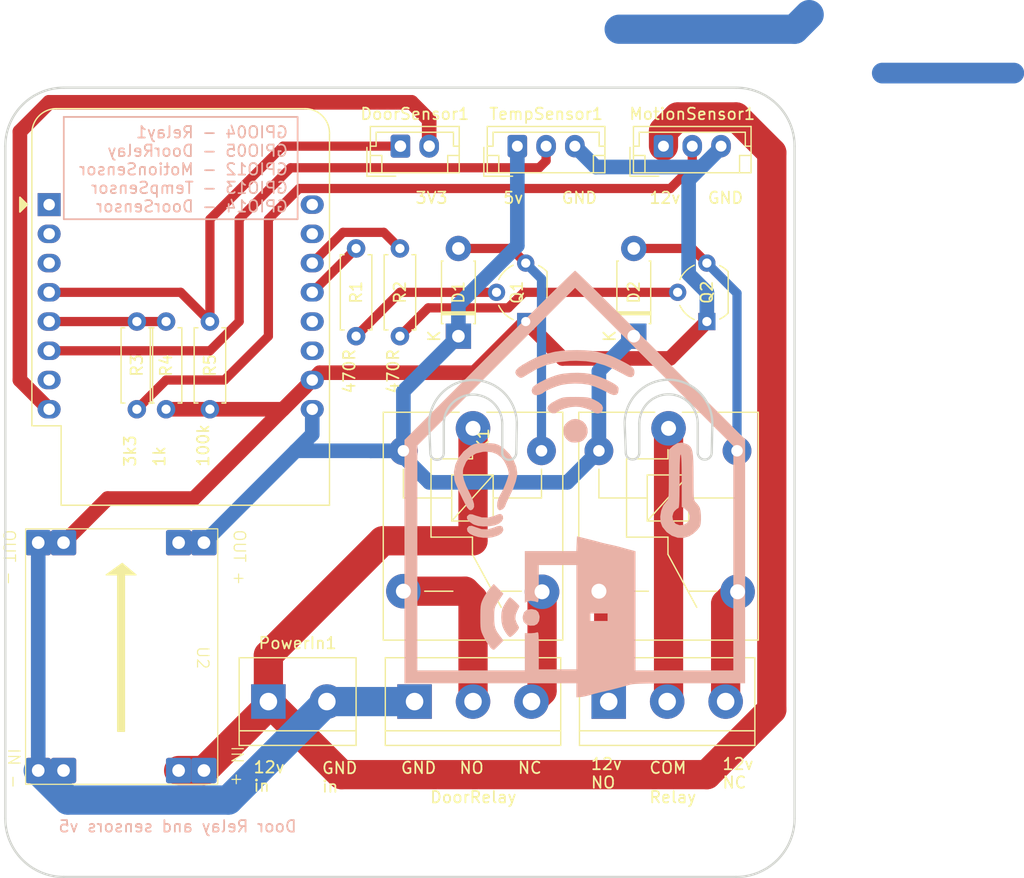
<source format=kicad_pcb>
(kicad_pcb (version 20221018) (generator pcbnew)
  (layers (0 "F.Cu" signal) (31 "B.Cu" signal) (34 "B.Paste" user) (35 "F.Paste" user) (36 "B.SilkS" user "B.Silkscreen") (37 "F.SilkS" user "F.Silkscreen") (38 "B.Mask" user) (39 "F.Mask" user) (44 "Edge.Cuts" user))
  (net 0 "")
  (net 1 "/Relay1_NC")
  (net 3 "/Relay1_NO")
  (net 4 "/R2_NC")
  (net 5 "/R2_COM")
  (net 6 "/R2_NO")
  (net 7 "+12V")
  (net 8 "GND")
  (net 9 "/Door_Sensor")
  (net 10 "+5V")
  (net 11 "/Temp_Sensor")
  (net 12 "/Relay1")
  (net 13 "/Relay2")
  (net 18 "+3.3V")
  (net 19 "/Motion_Sensor")
  (net 23 "Net-(MotionSensor1-Pin_2)")
  (net 24 "Net-(D1-A)")
  (net 25 "Net-(Q1-B)")
  (net 26 "Net-(D2-A)")
  (net 27 "Net-(Q2-B)")
  (footprint "TerminalBlock:TerminalBlock_bornier-3_P5.08mm" (layer "F.Cu") (at 86.36 78.74)
    (fp_text reference "DoorRelay1" hide)
    (fp_text value "Screw_Terminal_01x03")
    (pad "1" thru_hole rect (at 0 0) (size 3 3) (drill 1.52) (layers "*.Cu" "*.Mask") (net 8 "GND"))
    (pad "2" thru_hole circle (at 5.08 0) (size 3 3) (drill 1.52) (layers "*.Cu" "*.Mask") (net 3 "/Relay1_NO"))
    (pad "3" thru_hole circle (at 10.16 0) (size 3 3) (drill 1.52) (layers "*.Cu" "*.Mask") (net 1 "/Relay1_NC"))
  )
  (footprint "Diode_THT:D_DO-41_SOD81_P7.62mm_Horizontal" (layer "F.Cu") (at 90.17 46.99 90)
    (fp_text reference "D1" (at 3.81 0 90) (layer "F.SilkS"))
    (fp_text value "1N4001")
    (fp_text user "K" (at 0 -2.1 90) (layer "F.SilkS"))
    (pad "1" thru_hole rect (at 0 0 90) (size 2.2 2.2) (drill 1.1) (layers "*.Cu" "*.Mask") (net 10 "+5V"))
    (pad "2" thru_hole oval (at 7.62 0 90) (size 2.2 2.2) (drill 1.1) (layers "*.Cu" "*.Mask") (net 24 "Net-(D1-A)"))
  )
  (footprint "Connector_JST:JST_EH_B2B-EH-A_1x02_P2.50mm_Vertical" (layer "F.Cu") (at 85.13 30.48)
    (fp_text reference "DoorSensor1" (at 1.25 -2.8) (layer "F.SilkS"))
    (fp_text value "Conn_01x02_Pin")
    (pad "1" thru_hole roundrect (at 0 0) (size 1.7 2) (drill 1) (layers "*.Cu" "*.Mask") (roundrect_rratio 0.1470588235) (net 9 "/Door_Sensor"))
    (pad "2" thru_hole oval (at 2.5 0) (size 1.7 2) (drill 1) (layers "*.Cu" "*.Mask") (net 18 "+3.3V"))
  )
  (footprint "Package_TO_SOT_THT:TO-92_Wide" (layer "F.Cu") (at 96.02 45.72 90)
    (fp_text reference "Q1" (at 2.54 -0.77 90) (layer "F.SilkS"))
    (fp_text value "2N3904")
    (pad "1" thru_hole rect (at 0 0 90) (size 1.5 1.5) (drill 0.8) (layers "*.Cu" "*.Mask") (net 8 "GND"))
    (pad "2" thru_hole circle (at 2.54 -2.54 90) (size 1.5 1.5) (drill 0.8) (layers "*.Cu" "*.Mask") (net 25 "Net-(Q1-B)"))
    (pad "3" thru_hole circle (at 5.08 0 90) (size 1.5 1.5) (drill 0.8) (layers "*.Cu" "*.Mask") (net 24 "Net-(D1-A)"))
  )
  (footprint "Resistor_THT:R_Axial_DIN0207_L6.3mm_D2.5mm_P7.62mm_Horizontal" (layer "F.Cu") (at 85.09 46.99 90)
    (fp_text reference "R2" (at 3.81 0 90) (layer "F.SilkS"))
    (fp_text value "470R")
    (pad "1" thru_hole circle (at 0 0 90) (size 1.6 1.6) (drill 0.8) (layers "*.Cu" "*.Mask") (net 27 "Net-(Q2-B)"))
    (pad "2" thru_hole oval (at 7.62 0 90) (size 1.6 1.6) (drill 0.8) (layers "*.Cu" "*.Mask") (net 13 "/Relay2"))
  )
  (footprint "TerminalBlock:TerminalBlock_bornier-3_P5.08mm" (layer "F.Cu") (at 103.230206 78.74)
    (fp_text reference "Relay1" hide)
    (fp_text value "Screw_Terminal_01x03")
    (pad "1" thru_hole rect (at 0 0) (size 3 3) (drill 1.52) (layers "*.Cu" "*.Mask") (net 6 "/R2_NO"))
    (pad "2" thru_hole circle (at 5.08 0) (size 3 3) (drill 1.52) (layers "*.Cu" "*.Mask") (net 5 "/R2_COM"))
    (pad "3" thru_hole circle (at 10.16 0) (size 3 3) (drill 1.52) (layers "*.Cu" "*.Mask") (net 4 "/R2_NC"))
  )
  (footprint "mini360:buck_converter 16.8x22,14" (layer "F.Cu") (at 60.96 74.93 -90)
    (fp_text reference "U2" (at 0 -7 -90 unlocked) (layer "F.SilkS") (effects (font (thickness 0.1))))
    (fp_text value "mini-360")
    (fp_text user "OUT -" (at -11.2 10.4 -90 unlocked) (layer "F.SilkS") (effects (font (thickness 0.1)) (justify left bottom)))
    (fp_text user "OUT +" (at -11.2 -9.6 -90 unlocked) (layer "F.SilkS") (effects (font (thickness 0.1)) (justify left bottom)))
    (fp_text user "IN -" (at 7.8 10 -90 unlocked) (layer "F.SilkS") (effects (font (thickness 0.1)) (justify left bottom)))
    (fp_text user "IN +" (at 7.6 -9.4 -90 unlocked) (layer "F.SilkS") (effects (font (thickness 0.1)) (justify left bottom)))
    (pad "1" thru_hole roundrect (at 9.8 5.1 270) (size 2.2 2.2) (drill 1.1) (layers "*.Cu" "*.Mask") (roundrect_rratio 0.09090909091) (net 8 "GND"))
    (pad "1" thru_hole roundrect (at 9.8 7.3 270) (size 2.2 2.2) (drill 1.1) (layers "*.Cu" "*.Mask") (roundrect_rratio 0.09090909091) (net 8 "GND"))
    (pad "2" thru_hole roundrect (at 9.8 -7.1 270) (size 2.2 2.2) (drill 1.1) (layers "*.Cu" "*.Mask") (roundrect_rratio 0.09090909091) (net 7 "+12V"))
    (pad "2" thru_hole roundrect (at 9.8 -4.9 270) (size 2.2 2.2) (drill 1.1) (layers "*.Cu" "*.Mask") (roundrect_rratio 0.09090909091) (net 7 "+12V"))
    (pad "3" thru_hole roundrect (at -10 5.1 270) (size 2.2 2.2) (drill 1.1) (layers "*.Cu" "*.Mask") (roundrect_rratio 0.09090909091) (net 8 "GND"))
    (pad "3" thru_hole roundrect (at -10 7.3 270) (size 2.2 2.2) (drill 1.1) (layers "*.Cu" "*.Mask") (roundrect_rratio 0.09090909091) (net 8 "GND"))
    (pad "4" thru_hole roundrect (at -10 -7.1 270) (size 2.2 2.2) (drill 1.1) (layers "*.Cu" "*.Mask") (roundrect_rratio 0.09090909091) (net 10 "+5V"))
    (pad "4" thru_hole roundrect (at -10 -4.9 270) (size 2.2 2.2) (drill 1.1) (layers "*.Cu" "*.Mask") (roundrect_rratio 0.09090909091) (net 10 "+5V"))
  )
  (footprint "Relay_THT:Relay_SPDT_SANYOU_SRD_Series_Form_C" (layer "F.Cu") (at 108.429492 55 -90)
    (fp_text reference "K2" hide)
    (fp_text value "SANYOU_SRD_Form_C")
    (pad "1" thru_hole circle (at 0 0) (size 3 3) (drill 1.3) (layers "*.Cu" "*.Mask") (net 5 "/R2_COM"))
    (pad "2" thru_hole circle (at 1.95 6.05) (size 2.5 2.5) (drill 1) (layers "*.Cu" "*.Mask") (net 10 "+5V"))
    (pad "3" thru_hole circle (at 14.15 6.05) (size 3 3) (drill 1.3) (layers "*.Cu" "*.Mask") (net 6 "/R2_NO"))
    (pad "4" thru_hole circle (at 14.2 -6) (size 3 3) (drill 1.3) (layers "*.Cu" "*.Mask") (net 4 "/R2_NC"))
    (pad "5" thru_hole circle (at 1.95 -5.95) (size 2.5 2.5) (drill 1) (layers "*.Cu" "*.Mask") (net 26 "Net-(D2-A)"))
  )
  (footprint "TerminalBlock:TerminalBlock_bornier-2_P5.08mm" (layer "F.Cu") (at 73.66 78.74)
    (fp_text reference "PowerIn1" (at 2.54 -5.08) (layer "F.SilkS"))
    (fp_text value "Screw_Terminal_01x02")
    (pad "1" thru_hole rect (at 0 0) (size 3 3) (drill 1.52) (layers "*.Cu" "*.Mask") (net 7 "+12V"))
    (pad "2" thru_hole circle (at 5.08 0) (size 3 3) (drill 1.52) (layers "*.Cu" "*.Mask") (net 8 "GND"))
  )
  (footprint "Relay_THT:Relay_SPDT_SANYOU_SRD_Series_Form_C" (layer "F.Cu") (at 91.44 55 -90)
    (fp_text reference "K1" (at 0.967221 -0.875574 90) (layer "F.SilkS"))
    (fp_text value "SANYOU_SRD_Form_C")
    (pad "1" thru_hole circle (at 0 0) (size 3 3) (drill 1.3) (layers "*.Cu" "*.Mask") (net 7 "+12V"))
    (pad "2" thru_hole circle (at 1.95 6.05) (size 2.5 2.5) (drill 1) (layers "*.Cu" "*.Mask") (net 10 "+5V"))
    (pad "3" thru_hole circle (at 14.15 6.05) (size 3 3) (drill 1.3) (layers "*.Cu" "*.Mask") (net 3 "/Relay1_NO"))
    (pad "4" thru_hole circle (at 14.2 -6) (size 3 3) (drill 1.3) (layers "*.Cu" "*.Mask") (net 1 "/Relay1_NC"))
    (pad "5" thru_hole circle (at 1.95 -5.95) (size 2.5 2.5) (drill 1) (layers "*.Cu" "*.Mask") (net 24 "Net-(D1-A)"))
  )
  (footprint "Resistor_THT:R_Axial_DIN0207_L6.3mm_D2.5mm_P7.62mm_Horizontal" (layer "F.Cu") (at 62.23 53.34 90)
    (fp_text reference "R3" (at 3.81 0 90) (layer "F.SilkS"))
    (fp_text value "3K3")
    (pad "1" thru_hole circle (at 0 0 90) (size 1.6 1.6) (drill 0.8) (layers "*.Cu" "*.Mask") (net 23 "Net-(MotionSensor1-Pin_2)"))
    (pad "2" thru_hole oval (at 7.62 0 90) (size 1.6 1.6) (drill 0.8) (layers "*.Cu" "*.Mask") (net 19 "/Motion_Sensor"))
  )
  (footprint "Diode_THT:D_DO-41_SOD81_P7.62mm_Horizontal" (layer "F.Cu") (at 105.41 46.99 90)
    (fp_text reference "D2" (at 3.81 0 90) (layer "F.SilkS"))
    (fp_text value "1N4001")
    (fp_text user "K" (at 0 -2.1 90) (layer "F.SilkS"))
    (pad "1" thru_hole rect (at 0 0 90) (size 2.2 2.2) (drill 1.1) (layers "*.Cu" "*.Mask") (net 10 "+5V"))
    (pad "2" thru_hole oval (at 7.62 0 90) (size 2.2 2.2) (drill 1.1) (layers "*.Cu" "*.Mask") (net 26 "Net-(D2-A)"))
  )
  (footprint "Connector_JST:JST_EH_B3B-EH-A_1x03_P2.50mm_Vertical" (layer "F.Cu") (at 107.99 30.48)
    (fp_text reference "MotionSensor1" (at 2.5 -2.8) (layer "F.SilkS"))
    (fp_text value "Conn_01x03_Pin")
    (pad "1" thru_hole roundrect (at 0 0) (size 1.7 1.95) (drill 0.95) (layers "*.Cu" "*.Mask") (roundrect_rratio 0.1470588235) (net 7 "+12V"))
    (pad "2" thru_hole oval (at 2.5 0) (size 1.7 1.95) (drill 0.95) (layers "*.Cu" "*.Mask") (net 23 "Net-(MotionSensor1-Pin_2)"))
    (pad "3" thru_hole oval (at 5 0) (size 1.7 1.95) (drill 0.95) (layers "*.Cu" "*.Mask") (net 8 "GND"))
  )
  (footprint "Resistor_THT:R_Axial_DIN0207_L6.3mm_D2.5mm_P7.62mm_Horizontal" (layer "F.Cu") (at 81.28 46.99 90)
    (fp_text reference "R1" (at 3.81 0 90) (layer "F.SilkS"))
    (fp_text value "470R")
    (pad "1" thru_hole circle (at 0 0 90) (size 1.6 1.6) (drill 0.8) (layers "*.Cu" "*.Mask") (net 25 "Net-(Q1-B)"))
    (pad "2" thru_hole oval (at 7.62 0 90) (size 1.6 1.6) (drill 0.8) (layers "*.Cu" "*.Mask") (net 12 "/Relay1"))
  )
  (footprint "Package_TO_SOT_THT:TO-92_Wide" (layer "F.Cu") (at 111.76 45.72 90)
    (fp_text reference "Q2" (at 2.54 0 90) (layer "F.SilkS"))
    (fp_text value "2N3904")
    (pad "1" thru_hole rect (at 0 0 90) (size 1.5 1.5) (drill 0.8) (layers "*.Cu" "*.Mask") (net 8 "GND"))
    (pad "2" thru_hole circle (at 2.54 -2.54 90) (size 1.5 1.5) (drill 0.8) (layers "*.Cu" "*.Mask") (net 27 "Net-(Q2-B)"))
    (pad "3" thru_hole circle (at 5.08 0 90) (size 1.5 1.5) (drill 0.8) (layers "*.Cu" "*.Mask") (net 26 "Net-(D2-A)"))
  )
  (footprint "Resistor_THT:R_Axial_DIN0207_L6.3mm_D2.5mm_P7.62mm_Horizontal" (layer "F.Cu") (at 68.58 45.72 -90)
    (fp_text reference "R5" (at 3.81 0 90) (layer "F.SilkS"))
    (fp_text value "100k")
    (pad "1" thru_hole circle (at 0 0 270) (size 1.6 1.6) (drill 0.8) (layers "*.Cu" "*.Mask") (net 9 "/Door_Sensor"))
    (pad "2" thru_hole oval (at 7.62 0 270) (size 1.6 1.6) (drill 0.8) (layers "*.Cu" "*.Mask") (net 8 "GND"))
  )
  (footprint "Module:WEMOS_D1_mini_light" (layer "F.Cu") (at 54.61 35.56)
    (fp_text reference "U1" hide)
    (fp_text value "WeMos_D1_mini")
    (pad "1" thru_hole rect (at 0 0) (size 2 2) (drill 1) (layers "*.Cu" "*.Mask"))
    (pad "2" thru_hole oval (at 0 2.54) (size 2 1.6) (drill 1) (layers "*.Cu" "*.Mask"))
    (pad "3" thru_hole oval (at 0 5.08) (size 2 1.6) (drill 1) (layers "*.Cu" "*.Mask"))
    (pad "4" thru_hole oval (at 0 7.62) (size 2 1.6) (drill 1) (layers "*.Cu" "*.Mask") (net 9 "/Door_Sensor"))
    (pad "5" thru_hole oval (at 0 10.16) (size 2 1.6) (drill 1) (layers "*.Cu" "*.Mask") (net 19 "/Motion_Sensor"))
    (pad "6" thru_hole oval (at 0 12.7) (size 2 1.6) (drill 1) (layers "*.Cu" "*.Mask") (net 11 "/Temp_Sensor"))
    (pad "7" thru_hole oval (at 0 15.24) (size 2 1.6) (drill 1) (layers "*.Cu" "*.Mask"))
    (pad "8" thru_hole oval (at 0 17.78) (size 2 1.6) (drill 1) (layers "*.Cu" "*.Mask") (net 18 "+3.3V"))
    (pad "9" thru_hole oval (at 22.86 17.78) (size 2 1.6) (drill 1) (layers "*.Cu" "*.Mask") (net 10 "+5V"))
    (pad "10" thru_hole oval (at 22.86 15.24) (size 2 1.6) (drill 1) (layers "*.Cu" "*.Mask") (net 8 "GND"))
    (pad "11" thru_hole oval (at 22.86 12.7) (size 2 1.6) (drill 1) (layers "*.Cu" "*.Mask"))
    (pad "12" thru_hole oval (at 22.86 10.16) (size 2 1.6) (drill 1) (layers "*.Cu" "*.Mask"))
    (pad "13" thru_hole oval (at 22.86 7.62) (size 2 1.6) (drill 1) (layers "*.Cu" "*.Mask") (net 12 "/Relay1"))
    (pad "14" thru_hole oval (at 22.86 5.08) (size 2 1.6) (drill 1) (layers "*.Cu" "*.Mask") (net 13 "/Relay2"))
    (pad "15" thru_hole oval (at 22.86 2.54) (size 2 1.6) (drill 1) (layers "*.Cu" "*.Mask"))
    (pad "16" thru_hole oval (at 22.86 0) (size 2 1.6) (drill 1) (layers "*.Cu" "*.Mask"))
  )
  (footprint "Resistor_THT:R_Axial_DIN0207_L6.3mm_D2.5mm_P7.62mm_Horizontal" (layer "F.Cu") (at 64.77 53.34 90)
    (fp_text reference "R4" (at 3.81 0 90) (layer "F.SilkS"))
    (fp_text value "1K")
    (pad "1" thru_hole circle (at 0 0 90) (size 1.6 1.6) (drill 0.8) (layers "*.Cu" "*.Mask") (net 8 "GND"))
    (pad "2" thru_hole oval (at 7.62 0 90) (size 1.6 1.6) (drill 0.8) (layers "*.Cu" "*.Mask") (net 19 "/Motion_Sensor"))
  )
  (footprint "Connector_JST:JST_EH_B3B-EH-A_1x03_P2.50mm_Vertical" (layer "F.Cu") (at 95.29 30.48)
    (fp_text reference "TempSensor1" (at 2.5 -2.8) (layer "F.SilkS"))
    (fp_text value "Conn_01x03_Pin")
    (pad "1" thru_hole roundrect (at 0 0) (size 1.7 1.95) (drill 0.95) (layers "*.Cu" "*.Mask") (roundrect_rratio 0.1470588235) (net 10 "+5V"))
    (pad "2" thru_hole oval (at 2.5 0) (size 1.7 1.95) (drill 0.95) (layers "*.Cu" "*.Mask") (net 11 "/Temp_Sensor"))
    (pad "3" thru_hole oval (at 5 0) (size 1.7 1.95) (drill 0.95) (layers "*.Cu" "*.Mask") (net 8 "GND"))
  )
  (footprint "LOGO" (layer "B.Cu") (at 100.33 59.69 180)
    (fp_text reference "G***" hide)
    (fp_text value "LOGO" hide)
  )
  (gr_arc (start 104.615694 54.583435) (mid 108.425694 50.773435) (end 112.235694 54.583435) (stroke (width 0.2)) (layer "Edge.Cuts"))
  (gr_arc (start 95.195417 57.14848) (mid 94.588447 57.73951) (end 93.980001 57.15) (stroke (width 0.2)) (layer "Edge.Cuts"))
  (gr_arc (start 114.3 25.400001) (mid 117.892102 26.887898) (end 119.379999 30.48) (stroke (width 0.2)) (layer "Edge.Cuts"))
  (gr_arc (start 55.88 93.98) (mid 52.287898 92.492102) (end 50.8 88.9) (stroke (width 0.2)) (layer "Edge.Cuts"))
  (gr_line (start 87.63 54.61) (end 87.730918 57.150001) (stroke (width 0.2)) (layer "Edge.Cuts"))
  (gr_arc (start 88.9 54.61) (mid 91.44 52.07) (end 93.98 54.61) (stroke (width 0.2)) (layer "Edge.Cuts"))
  (gr_line (start 55.88 93.98) (end 114.3 93.98) (stroke (width 0.2)) (layer "Edge.Cuts"))
  (gr_arc (start 119.38 88.9) (mid 117.892102 92.492102) (end 114.3 93.98) (stroke (width 0.2)) (layer "Edge.Cuts"))
  (gr_line (start 110.965694 54.583435) (end 110.965695 57.123435) (stroke (width 0.2)) (layer "Edge.Cuts"))
  (gr_arc (start 112.181111 57.121915) (mid 111.574141 57.712966) (end 110.965695 57.123435) (stroke (width 0.2)) (layer "Edge.Cuts"))
  (gr_line (start 88.9 54.61) (end 88.9 57.15) (stroke (width 0.2)) (layer "Edge.Cuts"))
  (gr_arc (start 105.885694 57.123435) (mid 105.301153 57.707941) (end 104.716612 57.123436) (stroke (width 0.2)) (layer "Edge.Cuts"))
  (gr_line (start 50.8 30.48) (end 50.8 88.9) (stroke (width 0.2)) (layer "Edge.Cuts"))
  (gr_arc (start 105.885694 54.583435) (mid 108.425694 52.043435) (end 110.965694 54.583435) (stroke (width 0.2)) (layer "Edge.Cuts"))
  (gr_arc (start 50.8 30.48) (mid 52.287898 26.887898) (end 55.88 25.4) (stroke (width 0.2)) (layer "Edge.Cuts"))
  (gr_line (start 95.25 54.61) (end 95.195417 57.14848) (stroke (width 0.2)) (layer "Edge.Cuts"))
  (gr_line (start 114.3 25.400001) (end 55.88 25.4) (stroke (width 0.2)) (layer "Edge.Cuts"))
  (gr_line (start 105.885694 54.583435) (end 105.885694 57.123435) (stroke (width 0.2)) (layer "Edge.Cuts"))
  (gr_line (start 119.38 88.9) (end 119.379999 30.48) (stroke (width 0.2)) (layer "Edge.Cuts"))
  (gr_line (start 112.235694 54.583435) (end 112.181111 57.121915) (stroke (width 0.2)) (layer "Edge.Cuts"))
  (gr_line (start 93.98 54.61) (end 93.980001 57.15) (stroke (width 0.2)) (layer "Edge.Cuts"))
  (gr_arc (start 87.63 54.61) (mid 91.44 50.8) (end 95.25 54.61) (stroke (width 0.2)) (layer "Edge.Cuts"))
  (gr_arc (start 88.9 57.15) (mid 88.315459 57.734459) (end 87.730918 57.150001) (stroke (width 0.2)) (layer "Edge.Cuts"))
  (gr_line (start 104.615694 54.583435) (end 104.716612 57.123436) (stroke (width 0.2)) (layer "Edge.Cuts"))
  (gr_text "Door Relay and sensors v5\n" (at 76.2 90.17) (layer "B.SilkS") (effects (font (size 1 1)) (justify left bottom mirror)))
  (gr_text "1k" (at 64.77 58.42 90) (layer "F.SilkS") (effects (font (size 1 1)) (justify left bottom)))
  (gr_text "3k3" (at 62.23 58.42 90) (layer "F.SilkS") (effects (font (size 1 1)) (justify left bottom)))
  (gr_text "470R" (at 81.28 52.07 90) (layer "F.SilkS") (effects (font (size 1 1)) (justify left bottom)))
  (gr_text "GND\n" (at 111.76 35.56) (layer "F.SilkS") (effects (font (size 1 1)) (justify left bottom)))
  (gr_text "COM\n" (at 106.68 85.09) (layer "F.SilkS") (effects (font (size 1 1)) (justify left bottom)))
  (gr_text "12v\n" (at 106.68 35.56) (layer "F.SilkS") (effects (font (size 1 1)) (justify left bottom)))
  (gr_text "DoorRelay" (at 87.63 87.63) (layer "F.SilkS") (effects (font (size 1 1)) (justify left bottom)))
  (gr_text "12v\nNC\n" (at 113.03 86.36) (layer "F.SilkS") (effects (font (size 1 1)) (justify left bottom)))
  (gr_text "470R" (at 85.09 52.07 90) (layer "F.SilkS") (effects (font (size 1 1)) (justify left bottom)))
  (gr_text "12v\nNO" (at 101.6 86.36) (layer "F.SilkS") (effects (font (size 1 1)) (justify left bottom)))
  (gr_text "Relay" (at 106.68 87.63) (layer "F.SilkS") (effects (font (size 1 1)) (justify left bottom)))
  (gr_text "GND" (at 85.09 85.09) (layer "F.SilkS") (effects (font (size 1 1)) (justify left bottom)))
  (gr_text "NO" (at 90.17 85.09) (layer "F.SilkS") (effects (font (size 1 1)) (justify left bottom)))
  (gr_text "NC\n" (at 95.25 85.09) (layer "F.SilkS") (effects (font (size 1 1)) (justify left bottom)))
  (gr_text "GND\nin" (at 78.235077 86.710146) (layer "F.SilkS") (effects (font (size 1 1)) (justify left bottom)))
  (gr_text "GND" (at 99.06 35.56) (layer "F.SilkS") (effects (font (size 1 1)) (justify left bottom)))
  (gr_text "5v" (at 93.98 35.56) (layer "F.SilkS") (effects (font (size 1 1)) (justify left bottom)))
  (gr_text "100k" (at 68.58 58.42 90) (layer "F.SilkS") (effects (font (size 1 1)) (justify left bottom)))
  (gr_text "3V3" (at 86.36 35.56) (layer "F.SilkS") (effects (font (size 1 1)) (justify left bottom)))
  (gr_text "12v\nin" (at 72.285938 86.644044) (layer "F.SilkS") (effects (font (size 1 1)) (justify left bottom)))
  (gr_text_box "GPIO04 - Relay1\nGPIO05 - DoorRelay\nGPIO12 - MotionSensor\nGPIO13 - TempSensor\nGPIO14 - DoorSensor" (start 55.88 27.94) (end 76.2 36.83) (layer "B.SilkS") (effects (font (size 1 1)) (justify left top mirror)) (stroke (width 0.15)))
  (segment (start 104.14 20.32) (end 119.38 20.32) (width 2.54) (layer "B.Cu") (net 0))
  (segment (start 119.38 20.32) (end 120.65 19.05) (width 2.54) (layer "B.Cu") (net 0))
  (segment (start 127 24.13) (end 138.43 24.13) (width 1.8) (layer "B.Cu") (net 0))
  (segment (start 97.44 77.82) (end 96.52 78.74) (width 2.54) (layer "F.Cu") (net 1))
  (segment (start 97.44 69.2) (end 97.44 77.82) (width 2.54) (layer "F.Cu") (net 1))
  (segment (start 90.74 69.15) (end 91.44 69.85) (width 2.54) (layer "F.Cu") (net 3))
  (segment (start 85.39 69.15) (end 90.74 69.15) (width 2.54) (layer "F.Cu") (net 3))
  (segment (start 91.44 69.85) (end 91.44 78.74) (width 2.54) (layer "F.Cu") (net 3))
  (segment (start 113.390206 78.74) (end 113.390206 70.239286) (width 2.54) (layer "F.Cu") (net 4))
  (segment (start 113.390206 70.239286) (end 114.429492 69.2) (width 2.54) (layer "F.Cu") (net 4))
  (segment (start 108.429492 78.659749) (end 108.429414 78.659827) (width 2.54) (layer "F.Cu") (net 5))
  (segment (start 108.429492 55) (end 108.429492 78.659749) (width 2.54) (layer "F.Cu") (net 5))
  (segment (start 103.230206 70.000714) (end 102.379492 69.15) (width 2.54) (layer "F.Cu") (net 6))
  (segment (start 103.230206 78.74) (end 103.230206 70.000714) (width 2.54) (layer "F.Cu") (net 6))
  (segment (start 114.3 27.94) (end 109.22 27.94) (width 2.54) (layer "F.Cu") (net 7))
  (segment (start 83.59 64.77) (end 91.44 64.77) (width 2.54) (layer "F.Cu") (net 7))
  (segment (start 117.399492 31.039492) (end 114.3 27.94) (width 2.54) (layer "F.Cu") (net 7))
  (segment (start 117.399492 79.450508) (end 117.399492 31.039492) (width 2.54) (layer "F.Cu") (net 7))
  (segment (start 80.01 85.09) (end 111.76 85.09) (width 2.54) (layer "F.Cu") (net 7))
  (segment (start 107.99 29.17) (end 107.99 30.48) (width 2.54) (layer "F.Cu") (net 7))
  (segment (start 73.66 78.74) (end 73.66 79.13) (width 2.54) (layer "F.Cu") (net 7))
  (segment (start 91.44 64.77) (end 91.44 55) (width 2.54) (layer "F.Cu") (net 7))
  (segment (start 73.66 79.13) (end 68.06 84.73) (width 2.54) (layer "F.Cu") (net 7))
  (segment (start 73.66 74.7) (end 83.59 64.77) (width 2.54) (layer "F.Cu") (net 7))
  (segment (start 111.76 85.09) (end 117.399492 79.450508) (width 2.54) (layer "F.Cu") (net 7))
  (segment (start 68.06 84.73) (end 65.86 84.73) (width 2.54) (layer "F.Cu") (net 7))
  (segment (start 73.66 78.74) (end 80.01 85.09) (width 2.54) (layer "F.Cu") (net 7))
  (segment (start 73.66 78.74) (end 73.66 74.7) (width 2.54) (layer "F.Cu") (net 7))
  (segment (start 109.22 27.94) (end 107.99 29.17) (width 2.54) (layer "F.Cu") (net 7))
  (segment (start 96.02 45.72) (end 99.225 48.925) (width 1.27) (layer "F.Cu") (net 8))
  (segment (start 99.225 48.925) (end 108.555 48.925) (width 1.27) (layer "F.Cu") (net 8))
  (segment (start 77.47 50.8) (end 78.106356 50.163644) (width 1.27) (layer "F.Cu") (net 8))
  (segment (start 76.835 51.435) (end 74.93 53.34) (width 1.27) (layer "F.Cu") (net 8))
  (segment (start 91.576356 50.163644) (end 96.02 45.72) (width 1.27) (layer "F.Cu") (net 8))
  (segment (start 74.93 53.34) (end 68.58 53.34) (width 1.27) (layer "F.Cu") (net 8))
  (segment (start 59.69 61.1) (end 55.86 64.93) (width 1.27) (layer "F.Cu") (net 8))
  (segment (start 67.17 61.1) (end 76.835 51.435) (width 1.27) (layer "F.Cu") (net 8))
  (segment (start 77.47 50.8) (end 76.835 51.435) (width 1.27) (layer "F.Cu") (net 8))
  (segment (start 78.106356 50.163644) (end 91.576356 50.163644) (width 1.27) (layer "F.Cu") (net 8))
  (segment (start 68.58 53.34) (end 64.77 53.34) (width 1.27) (layer "F.Cu") (net 8))
  (segment (start 108.555 48.925) (end 111.76 45.72) (width 1.27) (layer "F.Cu") (net 8))
  (segment (start 59.69 61.1) (end 67.17 61.1) (width 1.27) (layer "F.Cu") (net 8))
  (segment (start 53.66 64.93) (end 55.86 64.93) (width 1.27) (layer "B.Cu") (net 8))
  (segment (start 86.36 78.74) (end 78.74 78.74) (width 2.54) (layer "B.Cu") (net 8))
  (segment (start 56.23 87.3) (end 53.66 84.73) (width 2.54) (layer "B.Cu") (net 8))
  (segment (start 70.18 87.3) (end 56.23 87.3) (width 2.54) (layer "B.Cu") (net 8))
  (segment (start 102.1 32.29) (end 111.305 32.29) (width 1.27) (layer "B.Cu") (net 8))
  (segment (start 55.88 64.91) (end 55.86 64.93) (width 1.27) (layer "B.Cu") (net 8))
  (segment (start 112.99 30.605) (end 110.175 33.42) (width 1.27) (layer "B.Cu") (net 8))
  (segment (start 111.305 32.29) (end 112.99 30.605) (width 1.27) (layer "B.Cu") (net 8))
  (segment (start 55.86 84.73) (end 55.86 86.93) (width 1.27) (layer "B.Cu") (net 8))
  (segment (start 53.66 64.93) (end 53.66 84.73) (width 1.27) (layer "B.Cu") (net 8))
  (segment (start 100.29 30.48) (end 102.1 32.29) (width 1.27) (layer "B.Cu") (net 8))
  (segment (start 110.175 41.595) (end 111.76 43.18) (width 1.27) (layer "B.Cu") (net 8))
  (segment (start 112.99 30.605) (end 112.99 30.48) (width 1.27) (layer "B.Cu") (net 8))
  (segment (start 112.99 30.48) (end 112.99 30.355) (width 1.27) (layer "B.Cu") (net 8))
  (segment (start 53.66 84.73) (end 55.86 84.73) (width 1.27) (layer "B.Cu") (net 8))
  (segment (start 100.29 30.48) (end 100.33 30.48) (width 1.27) (layer "B.Cu") (net 8))
  (segment (start 110.175 33.42) (end 110.175 41.595) (width 1.27) (layer "B.Cu") (net 8))
  (segment (start 55.86 86.93) (end 56.23 87.3) (width 1.27) (layer "B.Cu") (net 8))
  (segment (start 78.74 78.74) (end 70.18 87.3) (width 2.54) (layer "B.Cu") (net 8))
  (segment (start 111.76 43.18) (end 111.76 45.72) (width 1.27) (layer "B.Cu") (net 8))
  (segment (start 66.04 43.18) (end 68.58 45.72) (width 0.8) (layer "F.Cu") (net 9))
  (segment (start 54.61 43.18) (end 66.04 43.18) (width 0.8) (layer "F.Cu") (net 9))
  (segment (start 68.58 36.83) (end 74.93 30.48) (width 0.8) (layer "F.Cu") (net 9))
  (segment (start 74.93 30.48) (end 85.13 30.48) (width 0.8) (layer "F.Cu") (net 9))
  (segment (start 68.58 45.72) (end 68.58 36.83) (width 0.8) (layer "F.Cu") (net 9))
  (segment (start 102.379492 56.95) (end 102.87 56.459492) (width 0.508) (layer "F.Cu") (net 10))
  (segment (start 85.09 56.65) (end 85.39 56.95) (width 0.508) (layer "F.Cu") (net 10))
  (segment (start 76.02 56.97) (end 76.04 56.95) (width 1.27) (layer "B.Cu") (net 10))
  (segment (start 85.383662 56.943662) (end 85.39 56.95) (width 0.508) (layer "B.Cu") (net 10))
  (segment (start 90.17 44.248471) (end 90.17 46.99) (width 1.27) (layer "B.Cu") (net 10))
  (segment (start 95.29 39.128471) (end 90.17 44.248471) (width 1.27) (layer "B.Cu") (net 10))
  (segment (start 95.29 30.48) (end 95.29 39.128471) (width 1.27) (layer "B.Cu") (net 10))
  (segment (start 84.89 56.95) (end 87.63 59.69) (width 1.27) (layer "B.Cu") (net 10))
  (segment (start 85.39 51.77) (end 85.39 56.95) (width 1.27) (layer "B.Cu") (net 10))
  (segment (start 87.63 59.69) (end 99.639492 59.69) (width 1.27) (layer "B.Cu") (net 10))
  (segment (start 102.02586 56.596368) (end 102.379492 56.95) (width 0.508) (layer "B.Cu") (net 10))
  (segment (start 90.17 46.99) (end 85.39 51.77) (width 1.27) (layer "B.Cu") (net 10))
  (segment (start 102.379492 50.020508) (end 102.379492 56.95) (width 1.27) (layer "B.Cu") (net 10))
  (segment (start 99.639492 59.69) (end 102.379492 56.95) (width 1.27) (layer "B.Cu") (net 10))
  (segment (start 82.55 56.95) (end 84.89 56.95) (width 1.27) (layer "B.Cu") (net 10))
  (segment (start 76.04 56.95) (end 82.55 56.95) (width 1.27) (layer "B.Cu") (net 10))
  (segment (start 68.06 64.93) (end 76.02 56.97) (width 1.27) (layer "B.Cu") (net 10))
  (segment (start 76.02 56.97) (end 77.47 55.52) (width 1.27) (layer "B.Cu") (net 10))
  (segment (start 82.55 56.95) (end 85.39 56.95) (width 1.27) (layer "B.Cu") (net 10))
  (segment (start 105.41 46.99) (end 102.379492 50.020508) (width 1.27) (layer "B.Cu") (net 10))
  (segment (start 77.47 55.52) (end 77.47 53.34) (width 1.27) (layer "B.Cu") (net 10))
  (segment (start 65.86 64.93) (end 68.06 64.93) (width 1.27) (layer "B.Cu") (net 10))
  (segment (start 102.077611 56.648119) (end 102.379492 56.95) (width 0.508) (layer "B.Cu") (net 10))
  (segment (start 54.61 48.26) (end 68.58 48.26) (width 0.8) (layer "F.Cu") (net 11))
  (segment (start 75.59165 32.35835) (end 97.18165 32.35835) (width 0.8) (layer "F.Cu") (net 11))
  (segment (start 68.58 48.26) (end 71.12 45.72) (width 0.8) (layer "F.Cu") (net 11))
  (segment (start 71.12 45.72) (end 71.12 36.83) (width 0.8) (layer "F.Cu") (net 11))
  (segment (start 97.18165 32.35835) (end 97.79 31.75) (width 0.8) (layer "F.Cu") (net 11))
  (segment (start 71.12 36.83) (end 75.59165 32.35835) (width 0.8) (layer "F.Cu") (net 11))
  (segment (start 97.79 31.75) (end 97.79 30.48) (width 0.8) (layer "F.Cu") (net 11))
  (segment (start 77.47 43.18) (end 81.28 39.37) (width 0.8) (layer "F.Cu") (net 12))
  (segment (start 80.14 37.97) (end 83.69 37.97) (width 0.8) (layer "F.Cu") (net 13))
  (segment (start 83.69 37.97) (end 85.09 39.37) (width 0.8) (layer "F.Cu") (net 13))
  (segment (start 77.47 40.64) (end 80.14 37.97) (width 0.8) (layer "F.Cu") (net 13))
  (segment (start 87.63 28.21) (end 87.63 30.48) (width 1.27) (layer "F.Cu") (net 18))
  (segment (start 52.07 29.21) (end 54.61 26.67) (width 1.27) (layer "F.Cu") (net 18))
  (segment (start 54.61 53.34) (end 52.07 50.8) (width 1.27) (layer "F.Cu") (net 18))
  (segment (start 54.61 26.67) (end 86.09 26.67) (width 1.27) (layer "F.Cu") (net 18))
  (segment (start 52.07 50.8) (end 52.07 29.21) (width 1.27) (layer "F.Cu") (net 18))
  (segment (start 86.09 26.67) (end 87.63 28.21) (width 1.27) (layer "F.Cu") (net 18))
  (segment (start 62.23 45.72) (end 54.61 45.72) (width 0.8) (layer "F.Cu") (net 19))
  (segment (start 64.77 45.72) (end 62.23 45.72) (width 0.8) (layer "F.Cu") (net 19))
  (segment (start 108.585 34.16) (end 76.33 34.16) (width 0.8) (layer "F.Cu") (net 23))
  (segment (start 110.49 30.48) (end 110.49 32.255) (width 0.8) (layer "F.Cu") (net 23))
  (segment (start 69.85 50.8) (end 64.77 50.8) (width 0.8) (layer "F.Cu") (net 23))
  (segment (start 110.49 32.255) (end 108.585 34.16) (width 0.8) (layer "F.Cu") (net 23))
  (segment (start 73.66 36.83) (end 73.66 46.99) (width 0.8) (layer "F.Cu") (net 23))
  (segment (start 73.66 46.99) (end 69.85 50.8) (width 0.8) (layer "F.Cu") (net 23))
  (segment (start 64.77 50.8) (end 62.23 53.34) (width 0.8) (layer "F.Cu") (net 23))
  (segment (start 76.33 34.16) (end 73.66 36.83) (width 0.8) (layer "F.Cu") (net 23))
  (segment (start 97.79 56.55) (end 97.39 56.95) (width 0.508) (layer "F.Cu") (net 24))
  (segment (start 90.17 39.37) (end 94.75 39.37) (width 0.8) (layer "F.Cu") (net 24))
  (segment (start 94.75 39.37) (end 96.02 40.64) (width 0.8) (layer "F.Cu") (net 24))
  (segment (start 96.02 40.64) (end 97.39 42.01) (width 0.8) (layer "B.Cu") (net 24))
  (segment (start 97.39 42.01) (end 97.39 56.95) (width 0.8) (layer "B.Cu") (net 24))
  (segment (start 97.29 56.85) (end 97.39 56.95) (width 1.27) (layer "B.Cu") (net 24))
  (segment (start 85.09 43.18) (end 93.48 43.18) (width 0.8) (layer "F.Cu") (net 25))
  (segment (start 81.28 46.99) (end 85.09 43.18) (width 0.8) (layer "F.Cu") (net 25))
  (segment (start 105.41 39.37) (end 110.49 39.37) (width 0.8) (layer "F.Cu") (net 26))
  (segment (start 110.49 39.37) (end 111.76 40.64) (width 0.8) (layer "F.Cu") (net 26))
  (segment (start 114.3 56.870508) (end 114.379492 56.95) (width 1.27) (layer "B.Cu") (net 26))
  (segment (start 114.379492 43.259492) (end 114.379492 56.95) (width 0.8) (layer "B.Cu") (net 26))
  (segment (start 111.76 40.64) (end 114.379492 43.259492) (width 0.8) (layer "B.Cu") (net 26))
  (segment (start 85.09 46.99) (end 87.55 44.53) (width 0.8) (layer "F.Cu") (net 27))
  (segment (start 87.55 44.53) (end 94.51 44.53) (width 0.8) (layer "F.Cu") (net 27))
  (segment (start 94.51 44.53) (end 95.86 43.18) (width 0.8) (layer "F.Cu") (net 27))
  (segment (start 95.86 43.18) (end 109.22 43.18) (width 0.8) (layer "F.Cu") (net 27))
)
</source>
